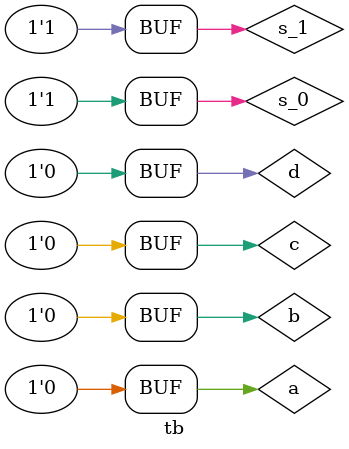
<source format=v>
module tb;
reg a,b,c,d,s_0, s_1;
wire y;
mux2 a1(.a(a),.b(b),.c(c),.d(d),.s_0(s_0),.s_1(s_1),.y(y));

initial begin 
$dumpfile("abc.vcd");
$dumpvars(0,tb);
end

initial begin 
$monitor (a,b,c,d,s_1, s_0, y);

a=1'b0;
b=1'b1;
c=1'b0;
d=1'b1;
s_0=1'b0;
s_1=1'b0;
#10

a=1'b1;
b=1'b0;
c=1'b1;
d=1'b0;
s_0=1'b0;
s_1=1'b1;
#10
a=1'b0;
b=1'b0;
c=1'b1;
d=1'b0;
s_0=1'b1;
s_1=1'b0;
#10
a=1'b0;
b=1'b0;
c=1'b1;
d=1'b0;
s_0=1'b1;
s_1=1'b1;
#10
a=1'b0;
b=1'b0;
c=1'b0;
d=1'b0;
s_0=1'b1;
s_1=1'b1;
end
endmodule
</source>
